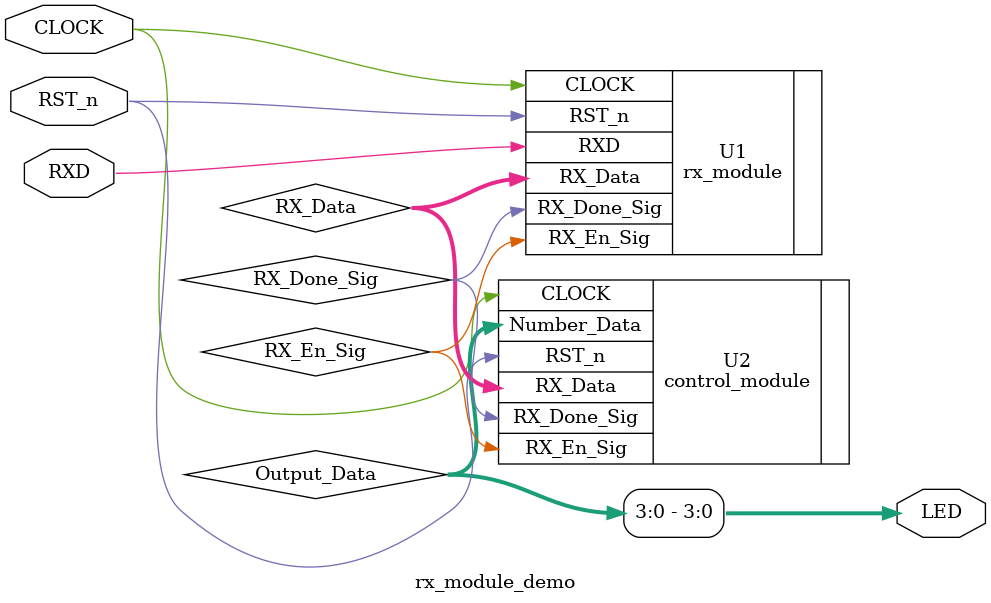
<source format=v>
module rx_module_demo
(
    CLOCK, RST_n,
	 RXD,
	 LED
);

    input CLOCK;
	 input RST_n;
	 input RXD;
    output [3:0]LED;	
	 
	 /**********************************/
	 
	 wire RX_Done_Sig;
	 wire [7:0]RX_Data;
	 

	 rx_module U1
	 (
	     .CLOCK( CLOCK ),
		  .RST_n( RST_n ),
		  .RXD( RXD ),   // input - from top
		  .RX_En_Sig( RX_En_Sig ),   // input - from U2
		  .RX_Done_Sig( RX_Done_Sig ),  // output - to U2
		  .RX_Data( RX_Data )           // output - to U2
	 );
	 
	 /***********************************/
	 
	 wire RX_En_Sig;
	 wire [7:0]Output_Data;
	 
	 control_module U2
	 (
	     .CLOCK( CLOCK ),
	     .RST_n( RST_n ),
		  .RX_Done_Sig( RX_Done_Sig ),  // input - from U1
		  .RX_Data( RX_Data ),          // input - from U1
		  .RX_En_Sig( RX_En_Sig ),      // output - to U1
		  .Number_Data( Output_Data )   // output - to top
	 );
	 
	 /***********************************/

	 assign LED = Output_Data[3:0];
	 
endmodule

</source>
